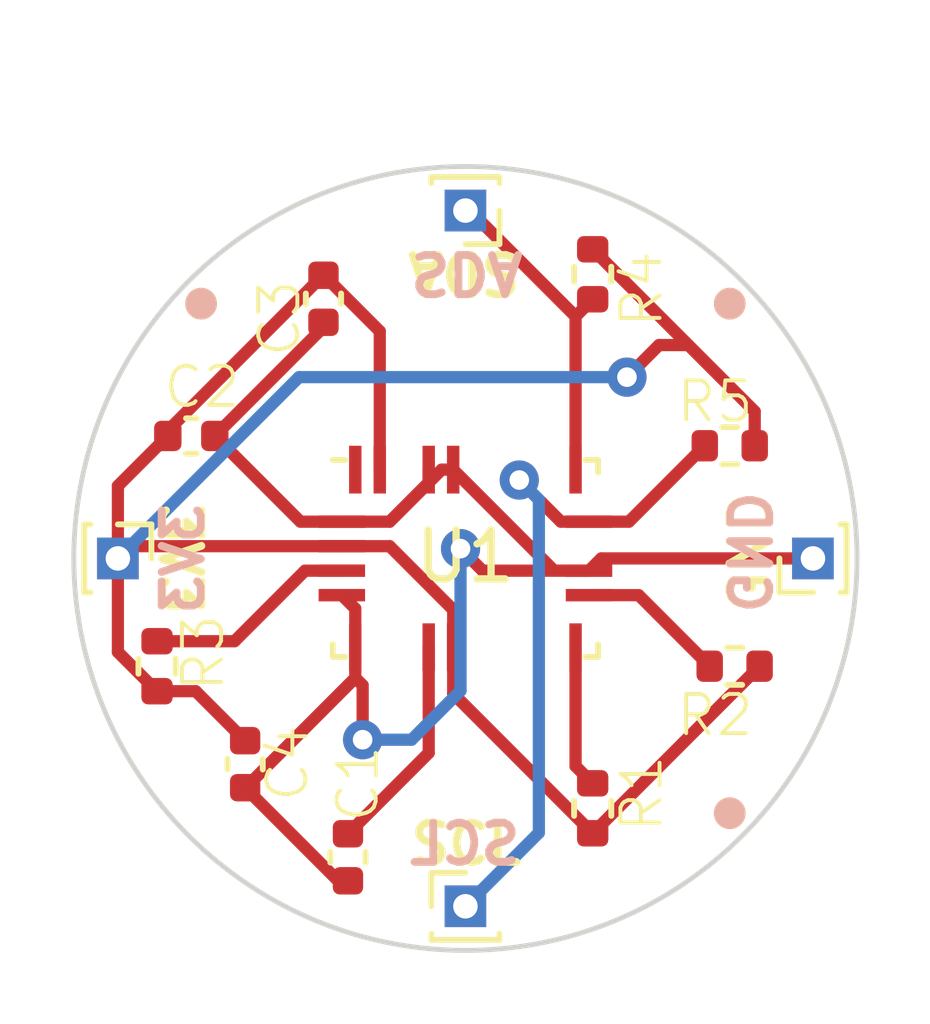
<source format=kicad_pcb>
(kicad_pcb (version 20221018) (generator pcbnew)
  (layers (0 "F.Cu" signal) (31 "B.Cu" signal) (34 "B.Paste" user) (35 "F.Paste" user) (36 "B.SilkS" user "B.Silkscreen") (37 "F.SilkS" user "F.Silkscreen") (38 "B.Mask" user) (39 "F.Mask" user) (44 "Edge.Cuts" user))
  (net 0 "")
  (net 1 "GND")
  (net 2 "Net-(U1-CAP)")
  (net 3 "+3.3V")
  (net 4 "Net-(J1-Pin_1)")
  (net 5 "Net-(J2-Pin_1)")
  (net 6 "Net-(U1-ENV_SCL)")
  (net 7 "Net-(U1-ENV_SDA)")
  (net 8 "Net-(U1-BOOTN)")
  (footprint "Resistor_SMD:R_0402_1005Metric" (layer "F.Cu") (at 151.4 109.5 90)
    (fp_text reference "R1" (at 0.3 1 90) (layer "F.SilkS") (effects (font (size 0.8 0.8) (thickness 0.08))))
    (fp_text value "2.2k")
    (fp_line (start -0.153641 -0.38) (end 0.153641 -0.38) (stroke (width 0.12)) (layer "F.SilkS"))
    (fp_line (start -0.153641 0.38) (end 0.153641 0.38) (stroke (width 0.12)) (layer "F.SilkS"))
    (pad "1" smd roundrect (at -0.51 0 90) (size 0.54 0.64) (layers "F.Cu" "F.Paste" "F.Mask") (net 3 "+3.3V"))
    (pad "2" smd roundrect (at 0.51 0 90) (size 0.54 0.64) (layers "F.Cu" "F.Paste" "F.Mask") (net 6 "Net-(U1-ENV_SCL)"))
  )
  (footprint "Resistor_SMD:R_0402_1005Metric" (layer "F.Cu") (at 154.3 106.6)
    (fp_text reference "R2" (at -0.4 1) (layer "F.SilkS") (effects (font (size 0.8 0.8) (thickness 0.08))))
    (fp_text value "2.2k")
    (fp_line (start -0.153641 -0.38) (end 0.153641 -0.38) (stroke (width 0.12)) (layer "F.SilkS"))
    (fp_line (start -0.153641 0.38) (end 0.153641 0.38) (stroke (width 0.12)) (layer "F.SilkS"))
    (pad "1" smd roundrect (at -0.51 0) (size 0.54 0.64) (layers "F.Cu" "F.Paste" "F.Mask") (net 7 "Net-(U1-ENV_SDA)"))
    (pad "2" smd roundrect (at 0.51 0) (size 0.54 0.64) (layers "F.Cu" "F.Paste" "F.Mask") (net 3 "+3.3V"))
  )
  (footprint "Resistor_SMD:R_0402_1005Metric" (layer "F.Cu") (at 151.4 98.6 -90)
    (fp_text reference "R4" (at 0.3 -1 90) (layer "F.SilkS") (effects (font (size 0.8 0.8) (thickness 0.08))))
    (fp_text value "2.2k")
    (fp_line (start -0.153641 -0.38) (end 0.153641 -0.38) (stroke (width 0.12)) (layer "F.SilkS"))
    (fp_line (start -0.153641 0.38) (end 0.153641 0.38) (stroke (width 0.12)) (layer "F.SilkS"))
    (pad "1" smd roundrect (at -0.51 0 270) (size 0.54 0.64) (layers "F.Cu" "F.Paste" "F.Mask") (net 3 "+3.3V"))
    (pad "2" smd roundrect (at 0.51 0 270) (size 0.54 0.64) (layers "F.Cu" "F.Paste" "F.Mask") (net 4 "Net-(J1-Pin_1)"))
  )
  (footprint "Capacitor_SMD:C_0402_1005Metric" (layer "F.Cu") (at 146.4 110.5 90)
    (fp_text reference "C1" (at 1.5 0.2 270) (layer "F.SilkS") (effects (font (size 0.8 0.8) (thickness 0.08))))
    (fp_text value "100nF")
    (fp_line (start -0.107836 -0.36) (end 0.107836 -0.36) (stroke (width 0.12)) (layer "F.SilkS"))
    (fp_line (start -0.107836 0.36) (end 0.107836 0.36) (stroke (width 0.12)) (layer "F.SilkS"))
    (pad "1" smd roundrect (at -0.48 0 90) (size 0.56 0.62) (layers "F.Cu" "F.Paste" "F.Mask") (net 1 "GND"))
    (pad "2" smd roundrect (at 0.48 0 90) (size 0.56 0.62) (layers "F.Cu" "F.Paste" "F.Mask") (net 2 "Net-(U1-CAP)"))
  )
  (footprint "Resistor_SMD:R_0402_1005Metric" (layer "F.Cu") (at 154.2 102.1)
    (fp_text reference "R5" (at -0.3 -0.9) (layer "F.SilkS") (effects (font (size 0.8 0.8) (thickness 0.08))))
    (fp_text value "2.2k")
    (fp_line (start -0.153641 -0.38) (end 0.153641 -0.38) (stroke (width 0.12)) (layer "F.SilkS"))
    (fp_line (start -0.153641 0.38) (end 0.153641 0.38) (stroke (width 0.12)) (layer "F.SilkS"))
    (pad "1" smd roundrect (at -0.51 0) (size 0.54 0.64) (layers "F.Cu" "F.Paste" "F.Mask") (net 5 "Net-(J2-Pin_1)"))
    (pad "2" smd roundrect (at 0.51 0) (size 0.54 0.64) (layers "F.Cu" "F.Paste" "F.Mask") (net 3 "+3.3V"))
  )
  (footprint "Capacitor_SMD:C_0402_1005Metric" (layer "F.Cu") (at 143.2 101.9)
    (fp_text reference "C2" (at 0.22 -1) (layer "F.SilkS") (effects (font (size 0.8 0.8) (thickness 0.08))))
    (fp_text value "10nF")
    (fp_line (start -0.107836 -0.36) (end 0.107836 -0.36) (stroke (width 0.12)) (layer "F.SilkS"))
    (fp_line (start -0.107836 0.36) (end 0.107836 0.36) (stroke (width 0.12)) (layer "F.SilkS"))
    (pad "1" smd roundrect (at -0.48 0) (size 0.56 0.62) (layers "F.Cu" "F.Paste" "F.Mask") (net 3 "+3.3V"))
    (pad "2" smd roundrect (at 0.48 0) (size 0.56 0.62) (layers "F.Cu" "F.Paste" "F.Mask") (net 1 "GND"))
  )
  (footprint "Capacitor_SMD:C_0402_1005Metric" (layer "F.Cu") (at 144.3 108.6 90)
    (fp_text reference "C4" (at 0.019168 0.865749 90) (layer "F.SilkS") (effects (font (size 0.8 0.8) (thickness 0.08))))
    (fp_text value "100nF")
    (fp_line (start -0.107836 -0.36) (end 0.107836 -0.36) (stroke (width 0.12)) (layer "F.SilkS"))
    (fp_line (start -0.107836 0.36) (end 0.107836 0.36) (stroke (width 0.12)) (layer "F.SilkS"))
    (pad "1" smd roundrect (at -0.48 0 90) (size 0.56 0.62) (layers "F.Cu" "F.Paste" "F.Mask") (net 1 "GND"))
    (pad "2" smd roundrect (at 0.48 0 90) (size 0.56 0.62) (layers "F.Cu" "F.Paste" "F.Mask") (net 3 "+3.3V"))
  )
  (footprint "Connector_PinHeader_1.00mm:PinHeader_1x01_P1.00mm_Vertical" (layer "F.Cu") (at 148.8 97.3 180)
    (fp_text reference "J1" hide)
    (fp_text value "PIN_SDA")
    (fp_line (start -0.695 -0.685) (end 0 -0.685) (stroke (width 0.12)) (layer "F.SilkS"))
    (fp_line (start -0.695 0) (end -0.695 -0.685) (stroke (width 0.12)) (layer "F.SilkS"))
    (fp_line (start -0.695 0.685) (end -0.695 0.56) (stroke (width 0.12)) (layer "F.SilkS"))
    (fp_line (start -0.695 0.685) (end -0.608276 0.685) (stroke (width 0.12)) (layer "F.SilkS"))
    (fp_line (start -0.695 0.685) (end 0.695 0.685) (stroke (width 0.12)) (layer "F.SilkS"))
    (fp_line (start 0.608276 0.685) (end 0.695 0.685) (stroke (width 0.12)) (layer "F.SilkS"))
    (fp_line (start 0.695 0.685) (end 0.695 0.56) (stroke (width 0.12)) (layer "F.SilkS"))
    (pad "1" thru_hole rect (at 0 0 180) (size 0.85 0.85) (drill 0.5) (layers "*.Cu" "*.Mask") (net 4 "Net-(J1-Pin_1)"))
  )
  (footprint "Connector_PinHeader_1.00mm:PinHeader_1x01_P1.00mm_Vertical" (layer "F.Cu") (at 141.7 104.4 -90)
    (fp_text reference "J3" hide)
    (fp_text value "PIN_3V3")
    (fp_line (start -0.695 -0.685) (end 0 -0.685) (stroke (width 0.12)) (layer "F.SilkS"))
    (fp_line (start -0.695 0) (end -0.695 -0.685) (stroke (width 0.12)) (layer "F.SilkS"))
    (fp_line (start -0.695 0.685) (end -0.695 0.56) (stroke (width 0.12)) (layer "F.SilkS"))
    (fp_line (start -0.695 0.685) (end -0.608276 0.685) (stroke (width 0.12)) (layer "F.SilkS"))
    (fp_line (start -0.695 0.685) (end 0.695 0.685) (stroke (width 0.12)) (layer "F.SilkS"))
    (fp_line (start 0.608276 0.685) (end 0.695 0.685) (stroke (width 0.12)) (layer "F.SilkS"))
    (fp_line (start 0.695 0.685) (end 0.695 0.56) (stroke (width 0.12)) (layer "F.SilkS"))
    (pad "1" thru_hole rect (at 0 0 270) (size 0.85 0.85) (drill 0.5) (layers "*.Cu" "*.Mask") (net 3 "+3.3V"))
  )
  (footprint "Resistor_SMD:R_0402_1005Metric" (layer "F.Cu") (at 142.5 106.6 -90)
    (fp_text reference "R3" (at -0.270205 -0.942558 -90) (layer "F.SilkS") (effects (font (size 0.8 0.8) (thickness 0.08))))
    (fp_text value "10k")
    (fp_line (start -0.153641 -0.38) (end 0.153641 -0.38) (stroke (width 0.12)) (layer "F.SilkS"))
    (fp_line (start -0.153641 0.38) (end 0.153641 0.38) (stroke (width 0.12)) (layer "F.SilkS"))
    (pad "1" smd roundrect (at -0.51 0 270) (size 0.54 0.64) (layers "F.Cu" "F.Paste" "F.Mask") (net 8 "Net-(U1-BOOTN)"))
    (pad "2" smd roundrect (at 0.51 0 270) (size 0.54 0.64) (layers "F.Cu" "F.Paste" "F.Mask") (net 3 "+3.3V"))
  )
  (footprint "Package_LGA:LGA-28_5.2x3.8mm_P0.5mm" (layer "F.Cu") (at 148.8 104.4)
    (fp_text reference "U1" (at 0 -0.0375) (layer "F.SilkS"))
    (fp_text value "~")
    (fp_line (start -2.71 -2.01) (end -2.45 -2.01) (stroke (width 0.12)) (layer "F.SilkS"))
    (fp_line (start -2.71 2.01) (end -2.71 1.75) (stroke (width 0.12)) (layer "F.SilkS"))
    (fp_line (start -2.71 2.01) (end -2.45 2.01) (stroke (width 0.12)) (layer "F.SilkS"))
    (fp_line (start 2.71 -2.01) (end 2.45 -2.01) (stroke (width 0.12)) (layer "F.SilkS"))
    (fp_line (start 2.71 -2.01) (end 2.71 -1.75) (stroke (width 0.12)) (layer "F.SilkS"))
    (fp_line (start 2.71 2.01) (end 2.45 2.01) (stroke (width 0.12)) (layer "F.SilkS"))
    (fp_line (start 2.71 2.01) (end 2.71 1.75) (stroke (width 0.12)) (layer "F.SilkS"))
    (pad "1" smd rect (at -2.25 -1.8125) (size 0.254 0.975) (layers "F.Cu" "F.Paste" "F.Mask"))
    (pad "2" smd rect (at -2.525 -0.75 90) (size 0.254 0.95) (layers "F.Cu" "F.Paste" "F.Mask") (net 1 "GND"))
    (pad "3" smd rect (at -2.525 -0.25 90) (size 0.254 0.95) (layers "F.Cu" "F.Paste" "F.Mask") (net 3 "+3.3V"))
    (pad "4" smd rect (at -2.525 0.25 90) (size 0.254 0.95) (layers "F.Cu" "F.Paste" "F.Mask") (net 8 "Net-(U1-BOOTN)"))
    (pad "5" smd rect (at -2.525 0.75 90) (size 0.254 0.95) (layers "F.Cu" "F.Paste" "F.Mask") (net 1 "GND"))
    (pad "6" smd rect (at -2.25 1.8125) (size 0.254 0.975) (layers "F.Cu" "F.Paste" "F.Mask") (net 1 "GND"))
    (pad "9" smd rect (at -0.75 1.8125) (size 0.254 0.975) (layers "F.Cu" "F.Paste" "F.Mask") (net 2 "Net-(U1-CAP)"))
    (pad "10" smd rect (at -0.25 1.8125) (size 0.254 0.975) (layers "F.Cu" "F.Paste" "F.Mask") (net 3 "+3.3V"))
    (pad "15" smd rect (at 2.25 1.8125) (size 0.254 0.975) (layers "F.Cu" "F.Paste" "F.Mask") (net 6 "Net-(U1-ENV_SCL)"))
    (pad "16" smd rect (at 2.525 0.75 90) (size 0.254 0.95) (layers "F.Cu" "F.Paste" "F.Mask") (net 7 "Net-(U1-ENV_SDA)"))
    (pad "17" smd rect (at 2.525 0.25 90) (size 0.254 0.95) (layers "F.Cu" "F.Paste" "F.Mask") (net 1 "GND"))
    (pad "19" smd rect (at 2.525 -0.75 90) (size 0.254 0.95) (layers "F.Cu" "F.Paste" "F.Mask") (net 5 "Net-(J2-Pin_1)"))
    (pad "20" smd rect (at 2.25 -1.8125) (size 0.254 0.975) (layers "F.Cu" "F.Paste" "F.Mask") (net 4 "Net-(J1-Pin_1)"))
    (pad "25" smd rect (at -0.25 -1.8125) (size 0.254 0.975) (layers "F.Cu" "F.Paste" "F.Mask") (net 1 "GND"))
    (pad "26" smd rect (at -0.75 -1.8125) (size 0.254 0.975) (layers "F.Cu" "F.Paste" "F.Mask") (net 1 "GND"))
    (pad "28" smd rect (at -1.75 -1.8125) (size 0.254 0.975) (layers "F.Cu" "F.Paste" "F.Mask") (net 3 "+3.3V"))
  )
  (footprint "Connector_PinHeader_1.00mm:PinHeader_1x01_P1.00mm_Vertical" (layer "F.Cu") (at 148.8 111.5)
    (fp_text reference "J2" hide)
    (fp_text value "PIN_SCL")
    (fp_line (start -0.695 -0.685) (end 0 -0.685) (stroke (width 0.12)) (layer "F.SilkS"))
    (fp_line (start -0.695 0) (end -0.695 -0.685) (stroke (width 0.12)) (layer "F.SilkS"))
    (fp_line (start -0.695 0.685) (end -0.695 0.56) (stroke (width 0.12)) (layer "F.SilkS"))
    (fp_line (start -0.695 0.685) (end -0.608276 0.685) (stroke (width 0.12)) (layer "F.SilkS"))
    (fp_line (start -0.695 0.685) (end 0.695 0.685) (stroke (width 0.12)) (layer "F.SilkS"))
    (fp_line (start 0.608276 0.685) (end 0.695 0.685) (stroke (width 0.12)) (layer "F.SilkS"))
    (fp_line (start 0.695 0.685) (end 0.695 0.56) (stroke (width 0.12)) (layer "F.SilkS"))
    (pad "1" thru_hole rect (at 0 0) (size 0.85 0.85) (drill 0.5) (layers "*.Cu" "*.Mask") (net 5 "Net-(J2-Pin_1)"))
  )
  (footprint "Connector_PinHeader_1.00mm:PinHeader_1x01_P1.00mm_Vertical" (layer "F.Cu") (at 155.9 104.4 90)
    (fp_text reference "J4" hide)
    (fp_text value "PIN_GND")
    (fp_line (start -0.695 -0.685) (end 0 -0.685) (stroke (width 0.12)) (layer "F.SilkS"))
    (fp_line (start -0.695 0) (end -0.695 -0.685) (stroke (width 0.12)) (layer "F.SilkS"))
    (fp_line (start -0.695 0.685) (end -0.695 0.56) (stroke (width 0.12)) (layer "F.SilkS"))
    (fp_line (start -0.695 0.685) (end -0.608276 0.685) (stroke (width 0.12)) (layer "F.SilkS"))
    (fp_line (start -0.695 0.685) (end 0.695 0.685) (stroke (width 0.12)) (layer "F.SilkS"))
    (fp_line (start 0.608276 0.685) (end 0.695 0.685) (stroke (width 0.12)) (layer "F.SilkS"))
    (fp_line (start 0.695 0.685) (end 0.695 0.56) (stroke (width 0.12)) (layer "F.SilkS"))
    (pad "1" thru_hole rect (at 0 0 90) (size 0.85 0.85) (drill 0.5) (layers "*.Cu" "*.Mask") (net 1 "GND"))
  )
  (footprint "Capacitor_SMD:C_0402_1005Metric" (layer "F.Cu") (at 145.9 99.1 90)
    (fp_text reference "C3" (at -0.4 -0.9 90) (layer "F.SilkS") (effects (font (size 0.8 0.8) (thickness 0.08))))
    (fp_text value "100nF")
    (fp_line (start -0.107836 -0.36) (end 0.107836 -0.36) (stroke (width 0.12)) (layer "F.SilkS"))
    (fp_line (start -0.107836 0.36) (end 0.107836 0.36) (stroke (width 0.12)) (layer "F.SilkS"))
    (pad "1" smd roundrect (at -0.48 0 90) (size 0.56 0.62) (layers "F.Cu" "F.Paste" "F.Mask") (net 1 "GND"))
    (pad "2" smd roundrect (at 0.48 0 90) (size 0.56 0.62) (layers "F.Cu" "F.Paste" "F.Mask") (net 3 "+3.3V"))
  )
  (gr_circle (center 143.4 99.2) (end 143.65 99.2) (stroke (width 0.15)) (fill solid) (layer "B.SilkS"))
  (gr_circle (center 154.2 99.2) (end 154.45 99.2) (stroke (width 0.15)) (fill solid) (layer "B.SilkS"))
  (gr_circle (center 154.2 109.6) (end 154.45 109.6) (stroke (width 0.15)) (fill solid) (layer "B.SilkS"))
  (gr_circle (center 154.2 109.6) (end 154.45 109.6) (stroke (width 0.15)) (fill solid) (layer "F.SilkS"))
  (gr_circle (center 154.2 99.2) (end 154.45 99.2) (stroke (width 0.15)) (fill solid) (layer "F.SilkS"))
  (gr_circle (center 143.4 99.2) (end 143.65 99.2) (stroke (width 0.15)) (fill solid) (layer "F.SilkS"))
  (gr_circle (center 148.8 104.4) (end 156.8 104.4) (stroke (width 0.1)) (fill none) (layer "Edge.Cuts"))
  (gr_text "3V3" (at 143.5 103.2 90) (layer "B.SilkS") (effects (font (size 0.8 0.8) (thickness 0.16) bold) (justify left bottom mirror)))
  (gr_text "SDA" (at 147.6 98.1 180) (layer "B.SilkS") (effects (font (size 0.8 0.8) (thickness 0.16) bold) (justify left bottom mirror)))
  (gr_text "GND" (at 154.1 105.6 270) (layer "B.SilkS") (effects (font (size 0.8 0.8) (thickness 0.16) bold) (justify left bottom mirror)))
  (gr_text "SCL" (at 150 110.7) (layer "B.SilkS") (effects (font (size 0.8 0.8) (thickness 0.16) bold) (justify left bottom mirror)))
  (gr_text "GND" (at 155.1 105.6 90) (layer "F.SilkS") (effects (font (size 0.8 0.8) (thickness 0.16) bold) (justify left bottom)))
  (gr_text "3V3" (at 142.5 103.2 270) (layer "F.SilkS") (effects (font (size 0.8 0.8) (thickness 0.16) bold) (justify left bottom)))
  (gr_text "SCL" (at 147.6 110.7) (layer "F.SilkS") (effects (font (size 0.8 0.8) (thickness 0.16) bold) (justify left bottom)))
  (gr_text "SDA" (at 150 98.1 180) (layer "F.SilkS") (effects (font (size 0.8 0.8) (thickness 0.16) bold) (justify left bottom)))
  (segment (start 145.9 99.68) (end 143.68 101.9) (width 0.25) (layer "F.Cu") (net 1))
  (segment (start 151.575 104.4) (end 151.325 104.65) (width 0.25) (layer "F.Cu") (net 1))
  (segment (start 146.7 106.987609) (end 146.55 106.837609) (width 0.25) (layer "F.Cu") (net 1))
  (segment (start 146.275 103.65) (end 147.252 103.65) (width 0.25) (layer "F.Cu") (net 1))
  (segment (start 146.2 110.98) (end 144.3 109.08) (width 0.25) (layer "F.Cu") (net 1))
  (segment (start 148.3145 102.5875) (end 148.55 102.5875) (width 0.25) (layer "F.Cu") (net 1))
  (segment (start 146.7 108.1) (end 146.7 106.987609) (width 0.25) (layer "F.Cu") (net 1))
  (segment (start 144.3 109.08) (end 144.307609 109.08) (width 0.25) (layer "F.Cu") (net 1))
  (segment (start 155.9 104.4) (end 151.575 104.4) (width 0.25) (layer "F.Cu") (net 1))
  (segment (start 145.9 99.58) (end 145.9 99.68) (width 0.25) (layer "F.Cu") (net 1))
  (segment (start 147.252 103.65) (end 148.3145 102.5875) (width 0.25) (layer "F.Cu") (net 1))
  (segment (start 146.275 103.65) (end 145.43 103.65) (width 0.25) (layer "F.Cu") (net 1))
  (segment (start 145.43 103.65) (end 143.68 101.9) (width 0.25) (layer "F.Cu") (net 1))
  (segment (start 144.307609 109.08) (end 146.55 106.837609) (width 0.25) (layer "F.Cu") (net 1))
  (segment (start 146.55 106.2125) (end 146.55 105.425) (width 0.25) (layer "F.Cu") (net 1))
  (segment (start 147.252 103.65) (end 148.05 102.852) (width 0.25) (layer "F.Cu") (net 1))
  (segment (start 151.325 104.65) (end 149.15 104.65) (width 0.25) (layer "F.Cu") (net 1))
  (segment (start 150.6125 104.65) (end 151.325 104.65) (width 0.25) (layer "F.Cu") (net 1))
  (segment (start 146.55 106.837609) (end 146.55 106.2125) (width 0.25) (layer "F.Cu") (net 1))
  (segment (start 146.55 105.425) (end 146.275 105.15) (width 0.25) (layer "F.Cu") (net 1))
  (segment (start 149.15 104.65) (end 148.7 104.2) (width 0.25) (layer "F.Cu") (net 1))
  (segment (start 146.4 110.98) (end 146.2 110.98) (width 0.25) (layer "F.Cu") (net 1))
  (segment (start 148.55 102.5875) (end 150.6125 104.65) (width 0.25) (layer "F.Cu") (net 1))
  (segment (start 148.05 102.852) (end 148.05 102.5875) (width 0.25) (layer "F.Cu") (net 1))
  (via (at 146.7 108.1) (size 0.8) (drill 0.4) (layers "F.Cu" "B.Cu") (net 1))
  (via (at 148.7 104.2) (size 0.8) (drill 0.4) (layers "F.Cu" "B.Cu") (net 1))
  (segment (start 148.6 107.2) (end 147.7 108.1) (width 0.25) (layer "B.Cu") (net 1))
  (segment (start 147.7 108.1) (end 146.7 108.1) (width 0.25) (layer "B.Cu") (net 1))
  (segment (start 148.7 104.2) (end 148.7 107.1) (width 0.25) (layer "B.Cu") (net 1))
  (segment (start 148.7 107.1) (end 148.6 107.2) (width 0.25) (layer "B.Cu") (net 1))
  (segment (start 148.05 106.2125) (end 148.05 108.37) (width 0.25) (layer "F.Cu") (net 2))
  (segment (start 148.05 108.37) (end 146.4 110.02) (width 0.25) (layer "F.Cu") (net 2))
  (segment (start 151.4 110.01) (end 154.81 106.6) (width 0.25) (layer "F.Cu") (net 3))
  (segment (start 141.7 106.31) (end 141.7 104.4) (width 0.25) (layer "F.Cu") (net 3))
  (segment (start 145.892391 98.62) (end 145.9 98.62) (width 0.25) (layer "F.Cu") (net 3))
  (segment (start 148.55 106.2125) (end 148.55 107.16) (width 0.25) (layer "F.Cu") (net 3))
  (segment (start 151.4 98.09) (end 153.355 100.045) (width 0.25) (layer "F.Cu") (net 3))
  (segment (start 152.755 100.045) (end 153.355 100.045) (width 0.25) (layer "F.Cu") (net 3))
  (segment (start 147.252 104.15) (end 146.275 104.15) (width 0.25) (layer "F.Cu") (net 3))
  (segment (start 145.907609 98.62) (end 145.9 98.62) (width 0.25) (layer "F.Cu") (net 3))
  (segment (start 143.29 107.11) (end 144.3 108.12) (width 0.25) (layer "F.Cu") (net 3))
  (segment (start 142.72 101.9) (end 142.72 101.792391) (width 0.25) (layer "F.Cu") (net 3))
  (segment (start 142.72 101.9) (end 141.7 102.92) (width 0.25) (layer "F.Cu") (net 3))
  (segment (start 153.355 100.045) (end 154.71 101.4) (width 0.25) (layer "F.Cu") (net 3))
  (segment (start 141.7 104.4) (end 141.95 104.15) (width 0.25) (layer "F.Cu") (net 3))
  (segment (start 148.55 105.448) (end 147.252 104.15) (width 0.25) (layer "F.Cu") (net 3))
  (segment (start 152.1 100.7) (end 152.755 100.045) (width 0.25) (layer "F.Cu") (net 3))
  (segment (start 142.5 107.11) (end 141.7 106.31) (width 0.25) (layer "F.Cu") (net 3))
  (segment (start 148.55 106.2125) (end 148.55 105.448) (width 0.25) (layer "F.Cu") (net 3))
  (segment (start 141.95 104.15) (end 146.275 104.15) (width 0.25) (layer "F.Cu") (net 3))
  (segment (start 141.7 102.92) (end 141.7 104.4) (width 0.25) (layer "F.Cu") (net 3))
  (segment (start 148.55 107.16) (end 151.4 110.01) (width 0.25) (layer "F.Cu") (net 3))
  (segment (start 147.05 99.762391) (end 145.907609 98.62) (width 0.25) (layer "F.Cu") (net 3))
  (segment (start 142.72 101.792391) (end 145.892391 98.62) (width 0.25) (layer "F.Cu") (net 3))
  (segment (start 154.71 101.4) (end 154.71 102.1) (width 0.25) (layer "F.Cu") (net 3))
  (segment (start 147.05 102.5875) (end 147.05 99.762391) (width 0.25) (layer "F.Cu") (net 3))
  (segment (start 142.5 107.11) (end 143.29 107.11) (width 0.25) (layer "F.Cu") (net 3))
  (via (at 152.1 100.7) (size 0.8) (drill 0.4) (layers "F.Cu" "B.Cu") (net 3))
  (segment (start 141.7 104.4) (end 145.4 100.7) (width 0.25) (layer "B.Cu") (net 3))
  (segment (start 145.4 100.7) (end 152.1 100.7) (width 0.25) (layer "B.Cu") (net 3))
  (segment (start 148.8 97.3) (end 148.89 97.3) (width 0.25) (layer "F.Cu") (net 4))
  (segment (start 148.89 97.3) (end 151.05 99.46) (width 0.25) (layer "F.Cu") (net 4))
  (segment (start 151.05 99.46) (end 151.05 102.5875) (width 0.25) (layer "F.Cu") (net 4))
  (segment (start 151.4 99.11) (end 151.05 99.46) (width 0.25) (layer "F.Cu") (net 4))
  (segment (start 149.9 102.8) (end 150.75 103.65) (width 0.25) (layer "F.Cu") (net 5))
  (segment (start 153.69 102.1) (end 152.14 103.65) (width 0.25) (layer "F.Cu") (net 5))
  (segment (start 150.75 103.65) (end 151.325 103.65) (width 0.25) (layer "F.Cu") (net 5))
  (segment (start 152.14 103.65) (end 151.325 103.65) (width 0.25) (layer "F.Cu") (net 5))
  (via (at 149.9 102.8) (size 0.8) (drill 0.4) (layers "F.Cu" "B.Cu") (net 5))
  (segment (start 148.8 111.5) (end 150.3 110) (width 0.25) (layer "B.Cu") (net 5))
  (segment (start 150.3 110) (end 150.3 103.2) (width 0.25) (layer "B.Cu") (net 5))
  (segment (start 150.3 103.2) (end 149.9 102.8) (width 0.25) (layer "B.Cu") (net 5))
  (segment (start 151.05 108.64) (end 151.4 108.99) (width 0.25) (layer "F.Cu") (net 6))
  (segment (start 151.05 106.2125) (end 151.05 108.64) (width 0.25) (layer "F.Cu") (net 6))
  (segment (start 151.325 105.15) (end 152.34 105.15) (width 0.25) (layer "F.Cu") (net 7))
  (segment (start 152.34 105.15) (end 153.79 106.6) (width 0.25) (layer "F.Cu") (net 7))
  (segment (start 142.5 106.09) (end 144.083 106.09) (width 0.25) (layer "F.Cu") (net 8))
  (segment (start 144.083 106.09) (end 145.523 104.65) (width 0.25) (layer "F.Cu") (net 8))
  (segment (start 145.523 104.65) (end 146.275 104.65) (width 0.25) (layer "F.Cu") (net 8))
)
</source>
